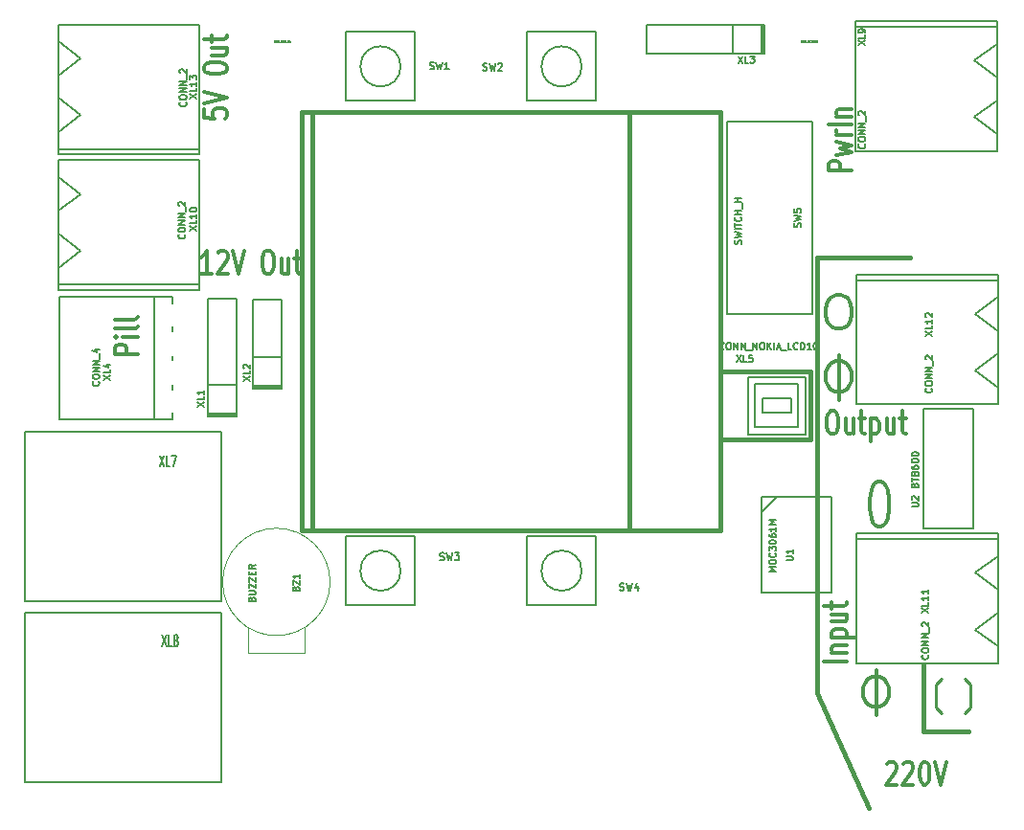
<source format=gto>
G04 (created by PCBNEW (2013-07-07 BZR 4022)-stable) date 26/11/2014 23:59:09*
%MOIN*%
G04 Gerber Fmt 3.4, Leading zero omitted, Abs format*
%FSLAX34Y34*%
G01*
G70*
G90*
G04 APERTURE LIST*
%ADD10C,0.00590551*%
%ADD11C,0.012*%
%ADD12C,0.015*%
%ADD13C,0.0059*%
%ADD14C,0.01*%
%ADD15C,0.00787402*%
%ADD16C,0.0025*%
%ADD17C,0.005*%
%ADD18C,0.0001*%
%ADD19C,0.00625*%
%ADD20C,0.0063*%
G04 APERTURE END LIST*
G54D10*
G54D11*
X90638Y-28197D02*
X89838Y-28197D01*
X89838Y-27968D01*
X89876Y-27911D01*
X89914Y-27883D01*
X89991Y-27854D01*
X90105Y-27854D01*
X90181Y-27883D01*
X90219Y-27911D01*
X90257Y-27968D01*
X90257Y-28197D01*
X90105Y-27654D02*
X90638Y-27540D01*
X90257Y-27425D01*
X90638Y-27311D01*
X90105Y-27197D01*
X90638Y-26968D02*
X90105Y-26968D01*
X90257Y-26968D02*
X90181Y-26940D01*
X90143Y-26911D01*
X90105Y-26854D01*
X90105Y-26797D01*
X90638Y-26597D02*
X89838Y-26597D01*
X90105Y-26311D02*
X90638Y-26311D01*
X90181Y-26311D02*
X90143Y-26283D01*
X90105Y-26225D01*
X90105Y-26140D01*
X90143Y-26083D01*
X90219Y-26054D01*
X90638Y-26054D01*
X68367Y-31780D02*
X68024Y-31780D01*
X68195Y-31780D02*
X68195Y-30980D01*
X68138Y-31094D01*
X68081Y-31170D01*
X68024Y-31209D01*
X68595Y-31056D02*
X68624Y-31018D01*
X68681Y-30980D01*
X68824Y-30980D01*
X68881Y-31018D01*
X68910Y-31056D01*
X68938Y-31132D01*
X68938Y-31209D01*
X68910Y-31323D01*
X68567Y-31780D01*
X68938Y-31780D01*
X69110Y-30980D02*
X69310Y-31780D01*
X69510Y-30980D01*
X70281Y-30980D02*
X70395Y-30980D01*
X70452Y-31018D01*
X70510Y-31094D01*
X70538Y-31247D01*
X70538Y-31513D01*
X70510Y-31666D01*
X70452Y-31742D01*
X70395Y-31780D01*
X70281Y-31780D01*
X70224Y-31742D01*
X70167Y-31666D01*
X70138Y-31513D01*
X70138Y-31247D01*
X70167Y-31094D01*
X70224Y-31018D01*
X70281Y-30980D01*
X71052Y-31247D02*
X71052Y-31780D01*
X70795Y-31247D02*
X70795Y-31666D01*
X70824Y-31742D01*
X70881Y-31780D01*
X70967Y-31780D01*
X71024Y-31742D01*
X71052Y-31704D01*
X71252Y-31247D02*
X71481Y-31247D01*
X71338Y-30980D02*
X71338Y-31666D01*
X71367Y-31742D01*
X71424Y-31780D01*
X71481Y-31780D01*
X68106Y-26060D02*
X68106Y-26346D01*
X68487Y-26374D01*
X68449Y-26346D01*
X68411Y-26289D01*
X68411Y-26146D01*
X68449Y-26089D01*
X68487Y-26060D01*
X68563Y-26032D01*
X68754Y-26032D01*
X68830Y-26060D01*
X68868Y-26089D01*
X68906Y-26146D01*
X68906Y-26289D01*
X68868Y-26346D01*
X68830Y-26374D01*
X68106Y-25860D02*
X68906Y-25660D01*
X68106Y-25460D01*
X68106Y-24689D02*
X68106Y-24574D01*
X68144Y-24517D01*
X68220Y-24460D01*
X68373Y-24432D01*
X68639Y-24432D01*
X68792Y-24460D01*
X68868Y-24517D01*
X68906Y-24574D01*
X68906Y-24689D01*
X68868Y-24746D01*
X68792Y-24803D01*
X68639Y-24832D01*
X68373Y-24832D01*
X68220Y-24803D01*
X68144Y-24746D01*
X68106Y-24689D01*
X68373Y-23917D02*
X68906Y-23917D01*
X68373Y-24174D02*
X68792Y-24174D01*
X68868Y-24146D01*
X68906Y-24089D01*
X68906Y-24003D01*
X68868Y-23946D01*
X68830Y-23917D01*
X68373Y-23717D02*
X68373Y-23489D01*
X68106Y-23632D02*
X68792Y-23632D01*
X68868Y-23603D01*
X68906Y-23546D01*
X68906Y-23489D01*
G54D12*
X93149Y-47716D02*
X94724Y-47716D01*
X93149Y-45393D02*
X93149Y-47716D01*
G54D11*
X89927Y-36571D02*
X90041Y-36571D01*
X90098Y-36609D01*
X90156Y-36685D01*
X90184Y-36837D01*
X90184Y-37104D01*
X90156Y-37256D01*
X90098Y-37332D01*
X90041Y-37371D01*
X89927Y-37371D01*
X89870Y-37332D01*
X89813Y-37256D01*
X89784Y-37104D01*
X89784Y-36837D01*
X89813Y-36685D01*
X89870Y-36609D01*
X89927Y-36571D01*
X90698Y-36837D02*
X90698Y-37371D01*
X90441Y-36837D02*
X90441Y-37256D01*
X90470Y-37332D01*
X90527Y-37371D01*
X90613Y-37371D01*
X90670Y-37332D01*
X90698Y-37294D01*
X90898Y-36837D02*
X91127Y-36837D01*
X90984Y-36571D02*
X90984Y-37256D01*
X91013Y-37332D01*
X91070Y-37371D01*
X91127Y-37371D01*
X91327Y-36837D02*
X91327Y-37637D01*
X91327Y-36875D02*
X91384Y-36837D01*
X91498Y-36837D01*
X91556Y-36875D01*
X91584Y-36913D01*
X91613Y-36990D01*
X91613Y-37218D01*
X91584Y-37294D01*
X91556Y-37332D01*
X91498Y-37371D01*
X91384Y-37371D01*
X91327Y-37332D01*
X92127Y-36837D02*
X92127Y-37371D01*
X91870Y-36837D02*
X91870Y-37256D01*
X91898Y-37332D01*
X91956Y-37371D01*
X92041Y-37371D01*
X92098Y-37332D01*
X92127Y-37294D01*
X92327Y-36837D02*
X92556Y-36837D01*
X92413Y-36571D02*
X92413Y-37256D01*
X92441Y-37332D01*
X92498Y-37371D01*
X92556Y-37371D01*
X90481Y-45277D02*
X89681Y-45277D01*
X89947Y-44991D02*
X90481Y-44991D01*
X90024Y-44991D02*
X89986Y-44962D01*
X89947Y-44905D01*
X89947Y-44819D01*
X89986Y-44762D01*
X90062Y-44734D01*
X90481Y-44734D01*
X89947Y-44448D02*
X90747Y-44448D01*
X89986Y-44448D02*
X89947Y-44391D01*
X89947Y-44277D01*
X89986Y-44219D01*
X90024Y-44191D01*
X90100Y-44162D01*
X90328Y-44162D01*
X90405Y-44191D01*
X90443Y-44219D01*
X90481Y-44277D01*
X90481Y-44391D01*
X90443Y-44448D01*
X89947Y-43648D02*
X90481Y-43648D01*
X89947Y-43905D02*
X90367Y-43905D01*
X90443Y-43877D01*
X90481Y-43819D01*
X90481Y-43734D01*
X90443Y-43677D01*
X90405Y-43648D01*
X89947Y-43448D02*
X89947Y-43219D01*
X89681Y-43362D02*
X90367Y-43362D01*
X90443Y-43334D01*
X90481Y-43277D01*
X90481Y-43219D01*
X91496Y-47172D02*
X91496Y-45598D01*
X91383Y-45823D02*
X91608Y-45823D01*
X91777Y-45898D01*
X91889Y-46047D01*
X91946Y-46197D01*
X91946Y-46497D01*
X91889Y-46647D01*
X91777Y-46797D01*
X91608Y-46872D01*
X91383Y-46872D01*
X91214Y-46797D01*
X91102Y-46647D01*
X91046Y-46497D01*
X91046Y-46197D01*
X91102Y-46047D01*
X91214Y-45898D01*
X91383Y-45823D01*
X91557Y-39023D02*
X91670Y-39023D01*
X91782Y-39098D01*
X91839Y-39173D01*
X91895Y-39323D01*
X91951Y-39623D01*
X91951Y-39998D01*
X91895Y-40298D01*
X91839Y-40448D01*
X91782Y-40523D01*
X91670Y-40598D01*
X91557Y-40598D01*
X91445Y-40523D01*
X91389Y-40448D01*
X91332Y-40298D01*
X91276Y-39998D01*
X91276Y-39623D01*
X91332Y-39323D01*
X91389Y-39173D01*
X91445Y-39098D01*
X91557Y-39023D01*
X90196Y-36188D02*
X90196Y-34613D01*
X90084Y-34838D02*
X90309Y-34838D01*
X90478Y-34913D01*
X90590Y-35063D01*
X90646Y-35213D01*
X90646Y-35513D01*
X90590Y-35663D01*
X90478Y-35813D01*
X90309Y-35888D01*
X90084Y-35888D01*
X89915Y-35813D01*
X89803Y-35663D01*
X89746Y-35513D01*
X89746Y-35213D01*
X89803Y-35063D01*
X89915Y-34913D01*
X90084Y-34838D01*
X90121Y-32525D02*
X90271Y-32525D01*
X90421Y-32581D01*
X90496Y-32637D01*
X90571Y-32750D01*
X90646Y-32975D01*
X90646Y-33256D01*
X90571Y-33481D01*
X90496Y-33593D01*
X90421Y-33650D01*
X90271Y-33706D01*
X90121Y-33706D01*
X89971Y-33650D01*
X89896Y-33593D01*
X89821Y-33481D01*
X89746Y-33256D01*
X89746Y-32975D01*
X89821Y-32750D01*
X89896Y-32637D01*
X89971Y-32581D01*
X90121Y-32525D01*
X65796Y-34590D02*
X64996Y-34590D01*
X64996Y-34362D01*
X65034Y-34304D01*
X65072Y-34276D01*
X65148Y-34247D01*
X65262Y-34247D01*
X65339Y-34276D01*
X65377Y-34304D01*
X65415Y-34362D01*
X65415Y-34590D01*
X65796Y-33990D02*
X65262Y-33990D01*
X64996Y-33990D02*
X65034Y-34019D01*
X65072Y-33990D01*
X65034Y-33962D01*
X64996Y-33990D01*
X65072Y-33990D01*
X65796Y-33619D02*
X65758Y-33676D01*
X65681Y-33704D01*
X64996Y-33704D01*
X65796Y-33304D02*
X65758Y-33362D01*
X65681Y-33390D01*
X64996Y-33390D01*
X91874Y-48851D02*
X91902Y-48813D01*
X91959Y-48775D01*
X92102Y-48775D01*
X92159Y-48813D01*
X92188Y-48851D01*
X92216Y-48928D01*
X92216Y-49004D01*
X92188Y-49118D01*
X91845Y-49575D01*
X92216Y-49575D01*
X92445Y-48851D02*
X92474Y-48813D01*
X92531Y-48775D01*
X92674Y-48775D01*
X92731Y-48813D01*
X92759Y-48851D01*
X92788Y-48928D01*
X92788Y-49004D01*
X92759Y-49118D01*
X92416Y-49575D01*
X92788Y-49575D01*
X93159Y-48775D02*
X93216Y-48775D01*
X93274Y-48813D01*
X93302Y-48851D01*
X93331Y-48928D01*
X93359Y-49080D01*
X93359Y-49271D01*
X93331Y-49423D01*
X93302Y-49499D01*
X93274Y-49537D01*
X93216Y-49575D01*
X93159Y-49575D01*
X93102Y-49537D01*
X93074Y-49499D01*
X93045Y-49423D01*
X93016Y-49271D01*
X93016Y-49080D01*
X93045Y-48928D01*
X93074Y-48851D01*
X93102Y-48813D01*
X93159Y-48775D01*
X93531Y-48775D02*
X93731Y-49575D01*
X93931Y-48775D01*
G54D12*
X89448Y-46377D02*
X91259Y-50393D01*
X89448Y-31220D02*
X89448Y-46377D01*
X92677Y-31220D02*
X89448Y-31220D01*
G54D13*
X94881Y-40669D02*
X93149Y-40669D01*
X93149Y-40669D02*
X93149Y-36495D01*
X93149Y-36495D02*
X94881Y-36495D01*
X94881Y-36495D02*
X94881Y-40669D01*
G54D10*
X89271Y-26496D02*
X89271Y-33188D01*
X89271Y-33188D02*
X86318Y-33188D01*
X86318Y-33188D02*
X86318Y-26496D01*
X86318Y-26496D02*
X89271Y-26496D01*
G54D13*
X68700Y-46535D02*
X68700Y-43582D01*
X68700Y-43582D02*
X61889Y-43582D01*
X61889Y-43582D02*
X61889Y-49488D01*
X61889Y-49488D02*
X68700Y-49488D01*
X68700Y-49488D02*
X68700Y-46535D01*
X68700Y-40236D02*
X68700Y-37283D01*
X68700Y-37283D02*
X61889Y-37283D01*
X61889Y-37283D02*
X61889Y-43189D01*
X61889Y-43189D02*
X68700Y-43189D01*
X68700Y-43189D02*
X68700Y-40236D01*
G54D14*
X94764Y-46890D02*
X94764Y-46102D01*
X94764Y-46102D02*
X94567Y-45905D01*
X94567Y-47087D02*
X94764Y-46890D01*
X93779Y-45905D02*
X93582Y-46102D01*
X93582Y-46102D02*
X93582Y-46890D01*
X93582Y-46890D02*
X93779Y-47087D01*
G54D13*
X88031Y-39566D02*
X87520Y-40078D01*
X89960Y-42874D02*
X87520Y-42874D01*
X87520Y-42874D02*
X87520Y-39566D01*
X87520Y-39566D02*
X89960Y-39566D01*
X89960Y-39566D02*
X89960Y-42874D01*
G54D15*
X69240Y-36645D02*
X69240Y-36745D01*
X69240Y-36745D02*
X68240Y-36745D01*
X68240Y-36745D02*
X68240Y-36645D01*
X68240Y-36645D02*
X68240Y-36695D01*
X68240Y-36695D02*
X69240Y-36695D01*
X68240Y-35645D02*
X69240Y-35645D01*
X68240Y-36645D02*
X68240Y-32645D01*
X68240Y-32645D02*
X69240Y-32645D01*
X69240Y-32645D02*
X69240Y-36645D01*
X69240Y-36645D02*
X68240Y-36645D01*
X87511Y-23122D02*
X87611Y-23122D01*
X87611Y-23122D02*
X87611Y-24122D01*
X87611Y-24122D02*
X87511Y-24122D01*
X87511Y-24122D02*
X87561Y-24122D01*
X87561Y-24122D02*
X87561Y-23122D01*
X86511Y-24122D02*
X86511Y-23122D01*
X87511Y-24122D02*
X83511Y-24122D01*
X83511Y-24122D02*
X83511Y-23122D01*
X83511Y-23122D02*
X87511Y-23122D01*
X87511Y-23122D02*
X87511Y-24122D01*
X70814Y-35723D02*
X70814Y-35673D01*
X69814Y-35673D02*
X69814Y-35773D01*
X69814Y-35773D02*
X70814Y-35773D01*
X70814Y-35773D02*
X70814Y-35723D01*
X70814Y-35723D02*
X69864Y-35723D01*
X70814Y-32673D02*
X70814Y-35673D01*
X69814Y-35673D02*
X69814Y-32673D01*
X69814Y-34673D02*
X70814Y-34673D01*
X69814Y-32673D02*
X70814Y-32673D01*
X70814Y-35673D02*
X69814Y-35673D01*
G54D12*
X82913Y-40708D02*
X82913Y-26141D01*
X71889Y-40708D02*
X71889Y-26141D01*
X71496Y-40708D02*
X86062Y-40708D01*
X71496Y-26141D02*
X71496Y-40708D01*
X86062Y-26141D02*
X71496Y-26141D01*
X88464Y-35196D02*
X86062Y-35196D01*
X86062Y-35196D02*
X86062Y-26141D01*
X86062Y-37559D02*
X86062Y-35196D01*
X86062Y-37559D02*
X86062Y-40708D01*
X89212Y-37559D02*
X86062Y-37559D01*
X89212Y-35196D02*
X89212Y-37559D01*
X88464Y-35196D02*
X89212Y-35196D01*
G54D13*
X87531Y-36627D02*
X87531Y-36127D01*
X87531Y-36127D02*
X88531Y-36127D01*
X88531Y-36127D02*
X88531Y-36627D01*
X88531Y-36627D02*
X87531Y-36627D01*
X88781Y-37127D02*
X87281Y-37127D01*
X87281Y-37127D02*
X87281Y-35627D01*
X87281Y-35627D02*
X88781Y-35627D01*
X88781Y-35627D02*
X88781Y-37127D01*
X88031Y-37377D02*
X87031Y-37377D01*
X87031Y-37377D02*
X87031Y-35377D01*
X87031Y-35377D02*
X89031Y-35377D01*
X89031Y-35377D02*
X89031Y-37377D01*
X89031Y-37377D02*
X88031Y-37377D01*
G54D16*
X70629Y-44980D02*
X71613Y-44980D01*
X71613Y-44980D02*
X71613Y-44113D01*
X70629Y-44980D02*
X69645Y-44980D01*
X69645Y-44980D02*
X69645Y-44094D01*
X72499Y-42519D02*
G75*
G03X72499Y-42519I-1870J0D01*
G74*
G01*
G54D17*
X74951Y-42125D02*
G75*
G03X74951Y-42125I-700J0D01*
G74*
G01*
X75451Y-43325D02*
X75451Y-40925D01*
X75451Y-40925D02*
X73051Y-40925D01*
X73051Y-40925D02*
X73051Y-43325D01*
X73051Y-43325D02*
X75451Y-43325D01*
X81251Y-42125D02*
G75*
G03X81251Y-42125I-700J0D01*
G74*
G01*
X81751Y-43325D02*
X81751Y-40925D01*
X81751Y-40925D02*
X79351Y-40925D01*
X79351Y-40925D02*
X79351Y-43325D01*
X79351Y-43325D02*
X81751Y-43325D01*
X74951Y-24566D02*
G75*
G03X74951Y-24566I-700J0D01*
G74*
G01*
X73051Y-23366D02*
X73051Y-25766D01*
X73051Y-25766D02*
X75451Y-25766D01*
X75451Y-25766D02*
X75451Y-23366D01*
X75451Y-23366D02*
X73051Y-23366D01*
X81251Y-24566D02*
G75*
G03X81251Y-24566I-700J0D01*
G74*
G01*
X79351Y-23366D02*
X79351Y-25766D01*
X79351Y-25766D02*
X81751Y-25766D01*
X81751Y-25766D02*
X81751Y-23366D01*
X81751Y-23366D02*
X79351Y-23366D01*
G54D15*
X66377Y-32598D02*
X63070Y-32598D01*
X63070Y-32598D02*
X63070Y-36850D01*
X63070Y-36850D02*
X66377Y-36850D01*
X67007Y-35826D02*
X67007Y-35669D01*
X67007Y-34645D02*
X67007Y-34803D01*
X67007Y-33622D02*
X67007Y-33779D01*
X67007Y-32598D02*
X67007Y-32834D01*
X67007Y-32598D02*
X66377Y-32598D01*
X66377Y-32598D02*
X66377Y-36850D01*
X66377Y-36850D02*
X67007Y-36850D01*
X67007Y-36850D02*
X67007Y-36614D01*
X95708Y-24960D02*
X94921Y-24370D01*
X94921Y-24370D02*
X95708Y-23779D01*
X95708Y-26929D02*
X94921Y-26338D01*
X94921Y-26338D02*
X95708Y-25748D01*
X90787Y-23188D02*
X95708Y-23188D01*
X90787Y-27519D02*
X95708Y-27519D01*
X95708Y-27519D02*
X95708Y-22992D01*
X95708Y-22992D02*
X90787Y-22992D01*
X90787Y-22992D02*
X90787Y-27519D01*
X63031Y-30393D02*
X63818Y-30984D01*
X63818Y-30984D02*
X63031Y-31574D01*
X63031Y-28425D02*
X63818Y-29015D01*
X63818Y-29015D02*
X63031Y-29606D01*
X67952Y-32165D02*
X63031Y-32165D01*
X67952Y-27834D02*
X63031Y-27834D01*
X63031Y-27834D02*
X63031Y-32362D01*
X63031Y-32362D02*
X67952Y-32362D01*
X67952Y-32362D02*
X67952Y-27834D01*
X95748Y-42795D02*
X94960Y-42204D01*
X94960Y-42204D02*
X95748Y-41614D01*
X95748Y-44763D02*
X94960Y-44173D01*
X94960Y-44173D02*
X95748Y-43582D01*
X90826Y-41023D02*
X95748Y-41023D01*
X90826Y-45354D02*
X95748Y-45354D01*
X95748Y-45354D02*
X95748Y-40826D01*
X95748Y-40826D02*
X90826Y-40826D01*
X90826Y-40826D02*
X90826Y-45354D01*
X95748Y-33779D02*
X94960Y-33188D01*
X94960Y-33188D02*
X95748Y-32598D01*
X95748Y-35748D02*
X94960Y-35157D01*
X94960Y-35157D02*
X95748Y-34566D01*
X90826Y-32007D02*
X95748Y-32007D01*
X90826Y-36338D02*
X95748Y-36338D01*
X95748Y-36338D02*
X95748Y-31811D01*
X95748Y-31811D02*
X90826Y-31811D01*
X90826Y-31811D02*
X90826Y-36338D01*
X63031Y-25669D02*
X63818Y-26259D01*
X63818Y-26259D02*
X63031Y-26850D01*
X63031Y-23700D02*
X63818Y-24291D01*
X63818Y-24291D02*
X63031Y-24881D01*
X67952Y-27440D02*
X63031Y-27440D01*
X67952Y-23110D02*
X63031Y-23110D01*
X63031Y-23110D02*
X63031Y-27637D01*
X63031Y-27637D02*
X67952Y-27637D01*
X67952Y-27637D02*
X67952Y-23110D01*
G54D13*
X92733Y-39904D02*
X92924Y-39904D01*
X92947Y-39892D01*
X92958Y-39881D01*
X92969Y-39859D01*
X92969Y-39814D01*
X92958Y-39791D01*
X92947Y-39780D01*
X92924Y-39769D01*
X92733Y-39769D01*
X92756Y-39668D02*
X92744Y-39656D01*
X92733Y-39634D01*
X92733Y-39578D01*
X92744Y-39555D01*
X92756Y-39544D01*
X92778Y-39533D01*
X92800Y-39533D01*
X92834Y-39544D01*
X92969Y-39679D01*
X92969Y-39533D01*
X92845Y-39149D02*
X92856Y-39116D01*
X92868Y-39104D01*
X92890Y-39093D01*
X92924Y-39093D01*
X92946Y-39104D01*
X92958Y-39116D01*
X92969Y-39138D01*
X92969Y-39228D01*
X92733Y-39228D01*
X92733Y-39149D01*
X92744Y-39127D01*
X92755Y-39116D01*
X92778Y-39104D01*
X92800Y-39104D01*
X92823Y-39116D01*
X92834Y-39127D01*
X92845Y-39149D01*
X92845Y-39228D01*
X92733Y-39026D02*
X92733Y-38891D01*
X92969Y-38958D02*
X92733Y-38958D01*
X92845Y-38734D02*
X92856Y-38700D01*
X92868Y-38689D01*
X92890Y-38677D01*
X92924Y-38677D01*
X92946Y-38689D01*
X92958Y-38700D01*
X92969Y-38722D01*
X92969Y-38812D01*
X92733Y-38812D01*
X92733Y-38734D01*
X92744Y-38711D01*
X92755Y-38700D01*
X92778Y-38689D01*
X92800Y-38689D01*
X92823Y-38700D01*
X92834Y-38711D01*
X92845Y-38734D01*
X92845Y-38812D01*
X92733Y-38475D02*
X92733Y-38520D01*
X92744Y-38543D01*
X92755Y-38554D01*
X92789Y-38576D01*
X92834Y-38587D01*
X92924Y-38587D01*
X92946Y-38576D01*
X92958Y-38565D01*
X92969Y-38543D01*
X92969Y-38498D01*
X92958Y-38475D01*
X92946Y-38464D01*
X92924Y-38453D01*
X92868Y-38453D01*
X92845Y-38464D01*
X92834Y-38475D01*
X92823Y-38498D01*
X92823Y-38543D01*
X92834Y-38565D01*
X92845Y-38576D01*
X92868Y-38587D01*
X92733Y-38307D02*
X92733Y-38284D01*
X92744Y-38262D01*
X92755Y-38250D01*
X92778Y-38239D01*
X92823Y-38228D01*
X92879Y-38228D01*
X92924Y-38239D01*
X92946Y-38250D01*
X92958Y-38262D01*
X92969Y-38284D01*
X92969Y-38307D01*
X92958Y-38329D01*
X92946Y-38340D01*
X92924Y-38351D01*
X92879Y-38363D01*
X92823Y-38363D01*
X92778Y-38351D01*
X92755Y-38340D01*
X92744Y-38329D01*
X92733Y-38307D01*
X92733Y-38082D02*
X92733Y-38059D01*
X92744Y-38037D01*
X92755Y-38026D01*
X92778Y-38014D01*
X92823Y-38003D01*
X92879Y-38003D01*
X92924Y-38014D01*
X92946Y-38026D01*
X92958Y-38037D01*
X92969Y-38059D01*
X92969Y-38082D01*
X92958Y-38104D01*
X92946Y-38115D01*
X92924Y-38127D01*
X92879Y-38138D01*
X92823Y-38138D01*
X92778Y-38127D01*
X92755Y-38115D01*
X92744Y-38104D01*
X92733Y-38082D01*
G54D10*
X88863Y-30157D02*
X88875Y-30123D01*
X88875Y-30067D01*
X88863Y-30044D01*
X88852Y-30033D01*
X88830Y-30022D01*
X88807Y-30022D01*
X88785Y-30033D01*
X88773Y-30044D01*
X88762Y-30067D01*
X88751Y-30112D01*
X88740Y-30134D01*
X88728Y-30146D01*
X88706Y-30157D01*
X88683Y-30157D01*
X88661Y-30146D01*
X88650Y-30134D01*
X88638Y-30112D01*
X88638Y-30056D01*
X88650Y-30022D01*
X88638Y-29943D02*
X88875Y-29887D01*
X88706Y-29842D01*
X88875Y-29797D01*
X88638Y-29741D01*
X88638Y-29538D02*
X88638Y-29651D01*
X88751Y-29662D01*
X88740Y-29651D01*
X88728Y-29628D01*
X88728Y-29572D01*
X88740Y-29550D01*
X88751Y-29538D01*
X88773Y-29527D01*
X88830Y-29527D01*
X88852Y-29538D01*
X88863Y-29550D01*
X88875Y-29572D01*
X88875Y-29628D01*
X88863Y-29651D01*
X88852Y-29662D01*
X86796Y-30745D02*
X86808Y-30711D01*
X86808Y-30655D01*
X86796Y-30632D01*
X86785Y-30621D01*
X86763Y-30610D01*
X86740Y-30610D01*
X86718Y-30621D01*
X86706Y-30632D01*
X86695Y-30655D01*
X86684Y-30700D01*
X86673Y-30722D01*
X86661Y-30733D01*
X86639Y-30745D01*
X86616Y-30745D01*
X86594Y-30733D01*
X86583Y-30722D01*
X86571Y-30700D01*
X86571Y-30643D01*
X86583Y-30610D01*
X86571Y-30531D02*
X86808Y-30475D01*
X86639Y-30430D01*
X86808Y-30385D01*
X86571Y-30329D01*
X86808Y-30239D02*
X86571Y-30239D01*
X86571Y-30160D02*
X86571Y-30025D01*
X86808Y-30092D02*
X86571Y-30092D01*
X86785Y-29811D02*
X86796Y-29822D01*
X86808Y-29856D01*
X86808Y-29879D01*
X86796Y-29912D01*
X86774Y-29935D01*
X86751Y-29946D01*
X86706Y-29957D01*
X86673Y-29957D01*
X86628Y-29946D01*
X86605Y-29935D01*
X86583Y-29912D01*
X86571Y-29879D01*
X86571Y-29856D01*
X86583Y-29822D01*
X86594Y-29811D01*
X86808Y-29710D02*
X86571Y-29710D01*
X86684Y-29710D02*
X86684Y-29575D01*
X86808Y-29575D02*
X86571Y-29575D01*
X86830Y-29519D02*
X86830Y-29339D01*
X86808Y-29282D02*
X86571Y-29282D01*
X86684Y-29282D02*
X86684Y-29147D01*
X86808Y-29147D02*
X86571Y-29147D01*
G54D13*
X66642Y-44371D02*
X66799Y-44765D01*
X66799Y-44371D02*
X66642Y-44765D01*
X67002Y-44765D02*
X66889Y-44765D01*
X66889Y-44371D01*
X67114Y-44540D02*
X67092Y-44521D01*
X67080Y-44503D01*
X67069Y-44465D01*
X67069Y-44446D01*
X67080Y-44409D01*
X67092Y-44390D01*
X67114Y-44371D01*
X67159Y-44371D01*
X67181Y-44390D01*
X67193Y-44409D01*
X67204Y-44446D01*
X67204Y-44465D01*
X67193Y-44503D01*
X67181Y-44521D01*
X67159Y-44540D01*
X67114Y-44540D01*
X67092Y-44559D01*
X67080Y-44578D01*
X67069Y-44615D01*
X67069Y-44690D01*
X67080Y-44728D01*
X67092Y-44747D01*
X67114Y-44765D01*
X67159Y-44765D01*
X67181Y-44747D01*
X67193Y-44728D01*
X67204Y-44690D01*
X67204Y-44615D01*
X67193Y-44578D01*
X67181Y-44559D01*
X67159Y-44540D01*
X66563Y-38111D02*
X66721Y-38505D01*
X66721Y-38111D02*
X66563Y-38505D01*
X66923Y-38505D02*
X66811Y-38505D01*
X66811Y-38111D01*
X66979Y-38111D02*
X67136Y-38111D01*
X67035Y-38505D01*
G54D18*
X88891Y-23720D02*
X88891Y-23670D01*
X88891Y-23694D02*
X88920Y-23694D01*
X88920Y-23720D02*
X88920Y-23670D01*
X88953Y-23670D02*
X88962Y-23670D01*
X88967Y-23673D01*
X88972Y-23678D01*
X88974Y-23687D01*
X88974Y-23704D01*
X88972Y-23713D01*
X88967Y-23718D01*
X88962Y-23720D01*
X88953Y-23720D01*
X88948Y-23718D01*
X88943Y-23713D01*
X88941Y-23704D01*
X88941Y-23687D01*
X88943Y-23678D01*
X88948Y-23673D01*
X88953Y-23670D01*
X89020Y-23720D02*
X88996Y-23720D01*
X88996Y-23670D01*
X89036Y-23694D02*
X89053Y-23694D01*
X89060Y-23720D02*
X89036Y-23720D01*
X89036Y-23670D01*
X89060Y-23670D01*
X89070Y-23725D02*
X89108Y-23725D01*
X89120Y-23720D02*
X89120Y-23670D01*
X89136Y-23706D01*
X89153Y-23670D01*
X89153Y-23720D01*
X89177Y-23694D02*
X89193Y-23694D01*
X89200Y-23720D02*
X89177Y-23720D01*
X89177Y-23670D01*
X89200Y-23670D01*
X89215Y-23670D02*
X89243Y-23670D01*
X89229Y-23720D02*
X89229Y-23670D01*
X89258Y-23706D02*
X89281Y-23706D01*
X89253Y-23720D02*
X89270Y-23670D01*
X89286Y-23720D01*
X89327Y-23720D02*
X89303Y-23720D01*
X89303Y-23670D01*
X89367Y-23720D02*
X89343Y-23720D01*
X89343Y-23670D01*
X89384Y-23694D02*
X89400Y-23694D01*
X89408Y-23720D02*
X89384Y-23720D01*
X89384Y-23670D01*
X89408Y-23670D01*
X89429Y-23720D02*
X89429Y-23670D01*
X89441Y-23670D01*
X89448Y-23673D01*
X89453Y-23678D01*
X89455Y-23682D01*
X89458Y-23692D01*
X89458Y-23699D01*
X89455Y-23708D01*
X89453Y-23713D01*
X89448Y-23718D01*
X89441Y-23720D01*
X89429Y-23720D01*
X70544Y-23720D02*
X70544Y-23670D01*
X70544Y-23694D02*
X70573Y-23694D01*
X70573Y-23720D02*
X70573Y-23670D01*
X70606Y-23670D02*
X70616Y-23670D01*
X70621Y-23673D01*
X70625Y-23678D01*
X70628Y-23687D01*
X70628Y-23704D01*
X70625Y-23713D01*
X70621Y-23718D01*
X70616Y-23720D01*
X70606Y-23720D01*
X70602Y-23718D01*
X70597Y-23713D01*
X70594Y-23704D01*
X70594Y-23687D01*
X70597Y-23678D01*
X70602Y-23673D01*
X70606Y-23670D01*
X70673Y-23720D02*
X70649Y-23720D01*
X70649Y-23670D01*
X70690Y-23694D02*
X70706Y-23694D01*
X70714Y-23720D02*
X70690Y-23720D01*
X70690Y-23670D01*
X70714Y-23670D01*
X70723Y-23725D02*
X70761Y-23725D01*
X70773Y-23720D02*
X70773Y-23670D01*
X70790Y-23706D01*
X70806Y-23670D01*
X70806Y-23720D01*
X70830Y-23694D02*
X70847Y-23694D01*
X70854Y-23720D02*
X70830Y-23720D01*
X70830Y-23670D01*
X70854Y-23670D01*
X70868Y-23670D02*
X70897Y-23670D01*
X70883Y-23720D02*
X70883Y-23670D01*
X70911Y-23706D02*
X70935Y-23706D01*
X70906Y-23720D02*
X70923Y-23670D01*
X70940Y-23720D01*
X70980Y-23720D02*
X70956Y-23720D01*
X70956Y-23670D01*
X71021Y-23720D02*
X70997Y-23720D01*
X70997Y-23670D01*
X71037Y-23694D02*
X71054Y-23694D01*
X71061Y-23720D02*
X71037Y-23720D01*
X71037Y-23670D01*
X71061Y-23670D01*
X71083Y-23720D02*
X71083Y-23670D01*
X71094Y-23670D01*
X71102Y-23673D01*
X71106Y-23678D01*
X71109Y-23682D01*
X71111Y-23692D01*
X71111Y-23699D01*
X71109Y-23708D01*
X71106Y-23713D01*
X71102Y-23718D01*
X71094Y-23720D01*
X71083Y-23720D01*
G54D13*
X88363Y-41754D02*
X88554Y-41754D01*
X88576Y-41743D01*
X88588Y-41732D01*
X88599Y-41709D01*
X88599Y-41664D01*
X88588Y-41642D01*
X88576Y-41630D01*
X88554Y-41619D01*
X88363Y-41619D01*
X88599Y-41383D02*
X88599Y-41518D01*
X88599Y-41451D02*
X88363Y-41451D01*
X88397Y-41473D01*
X88419Y-41496D01*
X88430Y-41518D01*
X88008Y-42164D02*
X87772Y-42164D01*
X87941Y-42085D01*
X87772Y-42006D01*
X88008Y-42006D01*
X87772Y-41849D02*
X87772Y-41804D01*
X87783Y-41782D01*
X87806Y-41759D01*
X87851Y-41748D01*
X87930Y-41748D01*
X87974Y-41759D01*
X87997Y-41782D01*
X88008Y-41804D01*
X88008Y-41849D01*
X87997Y-41871D01*
X87974Y-41894D01*
X87930Y-41905D01*
X87851Y-41905D01*
X87806Y-41894D01*
X87783Y-41871D01*
X87772Y-41849D01*
X87986Y-41512D02*
X87997Y-41523D01*
X88008Y-41557D01*
X88008Y-41579D01*
X87997Y-41613D01*
X87974Y-41635D01*
X87952Y-41647D01*
X87907Y-41658D01*
X87873Y-41658D01*
X87828Y-41647D01*
X87806Y-41635D01*
X87783Y-41613D01*
X87772Y-41579D01*
X87772Y-41557D01*
X87783Y-41523D01*
X87795Y-41512D01*
X87772Y-41433D02*
X87772Y-41287D01*
X87862Y-41366D01*
X87862Y-41332D01*
X87873Y-41310D01*
X87885Y-41298D01*
X87907Y-41287D01*
X87963Y-41287D01*
X87986Y-41298D01*
X87997Y-41310D01*
X88008Y-41332D01*
X88008Y-41399D01*
X87997Y-41422D01*
X87986Y-41433D01*
X87772Y-41141D02*
X87772Y-41118D01*
X87783Y-41096D01*
X87795Y-41085D01*
X87817Y-41074D01*
X87862Y-41062D01*
X87918Y-41062D01*
X87963Y-41074D01*
X87986Y-41085D01*
X87997Y-41096D01*
X88008Y-41118D01*
X88008Y-41141D01*
X87997Y-41163D01*
X87986Y-41175D01*
X87963Y-41186D01*
X87918Y-41197D01*
X87862Y-41197D01*
X87817Y-41186D01*
X87795Y-41175D01*
X87783Y-41163D01*
X87772Y-41141D01*
X87772Y-40860D02*
X87772Y-40905D01*
X87783Y-40927D01*
X87795Y-40939D01*
X87828Y-40961D01*
X87873Y-40972D01*
X87963Y-40972D01*
X87986Y-40961D01*
X87997Y-40950D01*
X88008Y-40927D01*
X88008Y-40882D01*
X87997Y-40860D01*
X87986Y-40849D01*
X87963Y-40838D01*
X87907Y-40838D01*
X87885Y-40849D01*
X87873Y-40860D01*
X87862Y-40882D01*
X87862Y-40927D01*
X87873Y-40950D01*
X87885Y-40961D01*
X87907Y-40972D01*
X88008Y-40613D02*
X88008Y-40748D01*
X88008Y-40680D02*
X87772Y-40680D01*
X87806Y-40703D01*
X87828Y-40725D01*
X87840Y-40748D01*
X88008Y-40512D02*
X87772Y-40512D01*
X87941Y-40433D01*
X87772Y-40354D01*
X88008Y-40354D01*
G54D10*
X67871Y-36408D02*
X68107Y-36251D01*
X67871Y-36251D02*
X68107Y-36408D01*
X68107Y-36048D02*
X68107Y-36161D01*
X67871Y-36161D01*
X68107Y-35846D02*
X68107Y-35981D01*
X68107Y-35913D02*
X67871Y-35913D01*
X67905Y-35936D01*
X67927Y-35958D01*
X67939Y-35981D01*
X86700Y-24209D02*
X86858Y-24445D01*
X86858Y-24209D02*
X86700Y-24445D01*
X87060Y-24445D02*
X86948Y-24445D01*
X86948Y-24209D01*
X87117Y-24209D02*
X87263Y-24209D01*
X87184Y-24299D01*
X87218Y-24299D01*
X87240Y-24310D01*
X87252Y-24321D01*
X87263Y-24344D01*
X87263Y-24400D01*
X87252Y-24423D01*
X87240Y-24434D01*
X87218Y-24445D01*
X87150Y-24445D01*
X87128Y-24434D01*
X87117Y-24423D01*
X69474Y-35510D02*
X69710Y-35352D01*
X69474Y-35352D02*
X69710Y-35510D01*
X69710Y-35150D02*
X69710Y-35262D01*
X69474Y-35262D01*
X69496Y-35082D02*
X69485Y-35071D01*
X69474Y-35048D01*
X69474Y-34992D01*
X69485Y-34970D01*
X69496Y-34958D01*
X69519Y-34947D01*
X69541Y-34947D01*
X69575Y-34958D01*
X69710Y-35093D01*
X69710Y-34947D01*
G54D13*
X86642Y-34623D02*
X86799Y-34859D01*
X86799Y-34623D02*
X86642Y-34859D01*
X87002Y-34859D02*
X86889Y-34859D01*
X86889Y-34623D01*
X87193Y-34623D02*
X87080Y-34623D01*
X87069Y-34735D01*
X87080Y-34724D01*
X87103Y-34713D01*
X87159Y-34713D01*
X87181Y-34724D01*
X87193Y-34735D01*
X87204Y-34758D01*
X87204Y-34814D01*
X87193Y-34836D01*
X87181Y-34848D01*
X87159Y-34859D01*
X87103Y-34859D01*
X87080Y-34848D01*
X87069Y-34836D01*
X86199Y-34403D02*
X86188Y-34414D01*
X86154Y-34426D01*
X86132Y-34426D01*
X86098Y-34414D01*
X86075Y-34392D01*
X86064Y-34370D01*
X86053Y-34325D01*
X86053Y-34291D01*
X86064Y-34246D01*
X86075Y-34223D01*
X86098Y-34201D01*
X86132Y-34190D01*
X86154Y-34190D01*
X86188Y-34201D01*
X86199Y-34212D01*
X86345Y-34190D02*
X86390Y-34190D01*
X86412Y-34201D01*
X86435Y-34223D01*
X86446Y-34268D01*
X86446Y-34347D01*
X86435Y-34392D01*
X86412Y-34414D01*
X86390Y-34426D01*
X86345Y-34426D01*
X86323Y-34414D01*
X86300Y-34392D01*
X86289Y-34347D01*
X86289Y-34268D01*
X86300Y-34223D01*
X86323Y-34201D01*
X86345Y-34190D01*
X86547Y-34426D02*
X86547Y-34190D01*
X86682Y-34426D01*
X86682Y-34190D01*
X86795Y-34426D02*
X86795Y-34190D01*
X86929Y-34426D01*
X86929Y-34190D01*
X86986Y-34448D02*
X87165Y-34448D01*
X87222Y-34426D02*
X87222Y-34190D01*
X87356Y-34426D01*
X87356Y-34190D01*
X87514Y-34190D02*
X87559Y-34190D01*
X87581Y-34201D01*
X87604Y-34223D01*
X87615Y-34268D01*
X87615Y-34347D01*
X87604Y-34392D01*
X87581Y-34414D01*
X87559Y-34426D01*
X87514Y-34426D01*
X87491Y-34414D01*
X87469Y-34392D01*
X87458Y-34347D01*
X87458Y-34268D01*
X87469Y-34223D01*
X87491Y-34201D01*
X87514Y-34190D01*
X87716Y-34426D02*
X87716Y-34190D01*
X87851Y-34426D02*
X87750Y-34291D01*
X87851Y-34190D02*
X87716Y-34325D01*
X87952Y-34426D02*
X87952Y-34190D01*
X88053Y-34358D02*
X88166Y-34358D01*
X88031Y-34426D02*
X88109Y-34190D01*
X88188Y-34426D01*
X88211Y-34448D02*
X88390Y-34448D01*
X88559Y-34426D02*
X88447Y-34426D01*
X88447Y-34190D01*
X88772Y-34403D02*
X88761Y-34414D01*
X88728Y-34426D01*
X88705Y-34426D01*
X88671Y-34414D01*
X88649Y-34392D01*
X88638Y-34370D01*
X88626Y-34325D01*
X88626Y-34291D01*
X88638Y-34246D01*
X88649Y-34223D01*
X88671Y-34201D01*
X88705Y-34190D01*
X88728Y-34190D01*
X88761Y-34201D01*
X88772Y-34212D01*
X88874Y-34426D02*
X88874Y-34190D01*
X88930Y-34190D01*
X88964Y-34201D01*
X88986Y-34223D01*
X88997Y-34246D01*
X89008Y-34291D01*
X89008Y-34325D01*
X88997Y-34370D01*
X88986Y-34392D01*
X88964Y-34414D01*
X88930Y-34426D01*
X88874Y-34426D01*
X89233Y-34426D02*
X89098Y-34426D01*
X89166Y-34426D02*
X89166Y-34190D01*
X89143Y-34223D01*
X89121Y-34246D01*
X89098Y-34257D01*
X89379Y-34190D02*
X89402Y-34190D01*
X89424Y-34201D01*
X89436Y-34212D01*
X89447Y-34235D01*
X89458Y-34280D01*
X89458Y-34336D01*
X89447Y-34381D01*
X89436Y-34403D01*
X89424Y-34414D01*
X89402Y-34426D01*
X89379Y-34426D01*
X89357Y-34414D01*
X89346Y-34403D01*
X89334Y-34381D01*
X89323Y-34336D01*
X89323Y-34280D01*
X89334Y-34235D01*
X89346Y-34212D01*
X89357Y-34201D01*
X89379Y-34190D01*
X71310Y-42747D02*
X71322Y-42713D01*
X71333Y-42702D01*
X71355Y-42691D01*
X71389Y-42691D01*
X71411Y-42702D01*
X71423Y-42713D01*
X71434Y-42736D01*
X71434Y-42826D01*
X71198Y-42826D01*
X71198Y-42747D01*
X71209Y-42725D01*
X71220Y-42713D01*
X71243Y-42702D01*
X71265Y-42702D01*
X71288Y-42713D01*
X71299Y-42725D01*
X71310Y-42747D01*
X71310Y-42826D01*
X71198Y-42612D02*
X71198Y-42455D01*
X71434Y-42612D01*
X71434Y-42455D01*
X71434Y-42241D02*
X71434Y-42376D01*
X71434Y-42309D02*
X71198Y-42309D01*
X71232Y-42331D01*
X71254Y-42354D01*
X71265Y-42376D01*
X69774Y-43114D02*
X69786Y-43081D01*
X69797Y-43070D01*
X69819Y-43058D01*
X69853Y-43058D01*
X69875Y-43070D01*
X69887Y-43081D01*
X69898Y-43103D01*
X69898Y-43193D01*
X69662Y-43193D01*
X69662Y-43114D01*
X69673Y-43092D01*
X69684Y-43081D01*
X69707Y-43070D01*
X69729Y-43070D01*
X69752Y-43081D01*
X69763Y-43092D01*
X69774Y-43114D01*
X69774Y-43193D01*
X69662Y-42957D02*
X69853Y-42957D01*
X69875Y-42946D01*
X69887Y-42935D01*
X69898Y-42912D01*
X69898Y-42867D01*
X69887Y-42845D01*
X69875Y-42834D01*
X69853Y-42822D01*
X69662Y-42822D01*
X69662Y-42732D02*
X69662Y-42575D01*
X69898Y-42732D01*
X69898Y-42575D01*
X69662Y-42508D02*
X69662Y-42350D01*
X69898Y-42508D01*
X69898Y-42350D01*
X69774Y-42260D02*
X69774Y-42182D01*
X69898Y-42148D02*
X69898Y-42260D01*
X69662Y-42260D01*
X69662Y-42148D01*
X69898Y-41912D02*
X69786Y-41991D01*
X69898Y-42047D02*
X69662Y-42047D01*
X69662Y-41957D01*
X69673Y-41934D01*
X69684Y-41923D01*
X69707Y-41912D01*
X69741Y-41912D01*
X69763Y-41923D01*
X69774Y-41934D01*
X69786Y-41957D01*
X69786Y-42047D01*
G54D19*
X76320Y-41742D02*
X76355Y-41754D01*
X76415Y-41754D01*
X76439Y-41742D01*
X76451Y-41730D01*
X76463Y-41707D01*
X76463Y-41683D01*
X76451Y-41659D01*
X76439Y-41647D01*
X76415Y-41635D01*
X76367Y-41623D01*
X76344Y-41611D01*
X76332Y-41599D01*
X76320Y-41576D01*
X76320Y-41552D01*
X76332Y-41528D01*
X76344Y-41516D01*
X76367Y-41504D01*
X76427Y-41504D01*
X76463Y-41516D01*
X76546Y-41504D02*
X76605Y-41754D01*
X76653Y-41576D01*
X76701Y-41754D01*
X76760Y-41504D01*
X76832Y-41504D02*
X76986Y-41504D01*
X76903Y-41599D01*
X76939Y-41599D01*
X76963Y-41611D01*
X76974Y-41623D01*
X76986Y-41647D01*
X76986Y-41707D01*
X76974Y-41730D01*
X76963Y-41742D01*
X76939Y-41754D01*
X76867Y-41754D01*
X76844Y-41742D01*
X76832Y-41730D01*
G54D20*
G54D19*
X82580Y-42805D02*
X82615Y-42817D01*
X82675Y-42817D01*
X82699Y-42805D01*
X82711Y-42793D01*
X82722Y-42770D01*
X82722Y-42746D01*
X82711Y-42722D01*
X82699Y-42710D01*
X82675Y-42698D01*
X82627Y-42686D01*
X82603Y-42674D01*
X82591Y-42662D01*
X82580Y-42639D01*
X82580Y-42615D01*
X82591Y-42591D01*
X82603Y-42579D01*
X82627Y-42567D01*
X82687Y-42567D01*
X82722Y-42579D01*
X82806Y-42567D02*
X82865Y-42817D01*
X82913Y-42639D01*
X82961Y-42817D01*
X83020Y-42567D01*
X83222Y-42651D02*
X83222Y-42817D01*
X83163Y-42555D02*
X83103Y-42734D01*
X83258Y-42734D01*
G54D20*
G54D19*
X75965Y-24656D02*
X76001Y-24668D01*
X76061Y-24668D01*
X76084Y-24656D01*
X76096Y-24644D01*
X76108Y-24620D01*
X76108Y-24596D01*
X76096Y-24572D01*
X76084Y-24560D01*
X76061Y-24549D01*
X76013Y-24537D01*
X75989Y-24525D01*
X75977Y-24513D01*
X75965Y-24489D01*
X75965Y-24465D01*
X75977Y-24441D01*
X75989Y-24430D01*
X76013Y-24418D01*
X76073Y-24418D01*
X76108Y-24430D01*
X76192Y-24418D02*
X76251Y-24668D01*
X76299Y-24489D01*
X76346Y-24668D01*
X76406Y-24418D01*
X76632Y-24668D02*
X76489Y-24668D01*
X76561Y-24668D02*
X76561Y-24418D01*
X76537Y-24453D01*
X76513Y-24477D01*
X76489Y-24489D01*
G54D20*
G54D19*
X77816Y-24695D02*
X77851Y-24707D01*
X77911Y-24707D01*
X77935Y-24695D01*
X77947Y-24683D01*
X77959Y-24659D01*
X77959Y-24636D01*
X77947Y-24612D01*
X77935Y-24600D01*
X77911Y-24588D01*
X77863Y-24576D01*
X77840Y-24564D01*
X77828Y-24552D01*
X77816Y-24528D01*
X77816Y-24505D01*
X77828Y-24481D01*
X77840Y-24469D01*
X77863Y-24457D01*
X77923Y-24457D01*
X77959Y-24469D01*
X78042Y-24457D02*
X78101Y-24707D01*
X78149Y-24528D01*
X78197Y-24707D01*
X78256Y-24457D01*
X78340Y-24481D02*
X78351Y-24469D01*
X78375Y-24457D01*
X78435Y-24457D01*
X78459Y-24469D01*
X78471Y-24481D01*
X78482Y-24505D01*
X78482Y-24528D01*
X78471Y-24564D01*
X78328Y-24707D01*
X78482Y-24707D01*
G54D20*
G54D13*
X64623Y-35483D02*
X64859Y-35326D01*
X64623Y-35326D02*
X64859Y-35483D01*
X64859Y-35123D02*
X64859Y-35236D01*
X64623Y-35236D01*
X64701Y-34943D02*
X64859Y-34943D01*
X64612Y-35000D02*
X64780Y-35056D01*
X64780Y-34910D01*
X64443Y-35539D02*
X64454Y-35550D01*
X64465Y-35584D01*
X64465Y-35606D01*
X64454Y-35640D01*
X64431Y-35663D01*
X64409Y-35674D01*
X64364Y-35685D01*
X64330Y-35685D01*
X64285Y-35674D01*
X64263Y-35663D01*
X64240Y-35640D01*
X64229Y-35606D01*
X64229Y-35584D01*
X64240Y-35550D01*
X64252Y-35539D01*
X64229Y-35393D02*
X64229Y-35348D01*
X64240Y-35325D01*
X64263Y-35303D01*
X64308Y-35292D01*
X64386Y-35292D01*
X64431Y-35303D01*
X64454Y-35325D01*
X64465Y-35348D01*
X64465Y-35393D01*
X64454Y-35415D01*
X64431Y-35438D01*
X64386Y-35449D01*
X64308Y-35449D01*
X64263Y-35438D01*
X64240Y-35415D01*
X64229Y-35393D01*
X64465Y-35191D02*
X64229Y-35191D01*
X64465Y-35056D01*
X64229Y-35056D01*
X64465Y-34943D02*
X64229Y-34943D01*
X64465Y-34808D01*
X64229Y-34808D01*
X64488Y-34752D02*
X64488Y-34572D01*
X64308Y-34415D02*
X64465Y-34415D01*
X64218Y-34471D02*
X64386Y-34528D01*
X64386Y-34381D01*
G54D10*
X90883Y-23830D02*
X91119Y-23672D01*
X90883Y-23672D02*
X91119Y-23830D01*
X91119Y-23470D02*
X91119Y-23582D01*
X90883Y-23582D01*
X91119Y-23380D02*
X91119Y-23335D01*
X91107Y-23312D01*
X91096Y-23301D01*
X91062Y-23278D01*
X91017Y-23267D01*
X90928Y-23267D01*
X90905Y-23278D01*
X90894Y-23290D01*
X90883Y-23312D01*
X90883Y-23357D01*
X90894Y-23380D01*
X90905Y-23391D01*
X90928Y-23402D01*
X90984Y-23402D01*
X91006Y-23391D01*
X91017Y-23380D01*
X91029Y-23357D01*
X91029Y-23312D01*
X91017Y-23290D01*
X91006Y-23278D01*
X90984Y-23267D01*
X91096Y-27272D02*
X91107Y-27283D01*
X91119Y-27317D01*
X91119Y-27339D01*
X91107Y-27373D01*
X91085Y-27395D01*
X91062Y-27407D01*
X91017Y-27418D01*
X90984Y-27418D01*
X90939Y-27407D01*
X90916Y-27395D01*
X90894Y-27373D01*
X90883Y-27339D01*
X90883Y-27317D01*
X90894Y-27283D01*
X90905Y-27272D01*
X90883Y-27125D02*
X90883Y-27080D01*
X90894Y-27058D01*
X90916Y-27035D01*
X90961Y-27024D01*
X91040Y-27024D01*
X91085Y-27035D01*
X91107Y-27058D01*
X91119Y-27080D01*
X91119Y-27125D01*
X91107Y-27148D01*
X91085Y-27170D01*
X91040Y-27182D01*
X90961Y-27182D01*
X90916Y-27170D01*
X90894Y-27148D01*
X90883Y-27125D01*
X91119Y-26923D02*
X90883Y-26923D01*
X91119Y-26788D01*
X90883Y-26788D01*
X91119Y-26676D02*
X90883Y-26676D01*
X91119Y-26541D01*
X90883Y-26541D01*
X91141Y-26484D02*
X91141Y-26304D01*
X90905Y-26259D02*
X90894Y-26248D01*
X90883Y-26226D01*
X90883Y-26169D01*
X90894Y-26147D01*
X90905Y-26136D01*
X90928Y-26124D01*
X90950Y-26124D01*
X90984Y-26136D01*
X91119Y-26271D01*
X91119Y-26124D01*
X67615Y-30281D02*
X67851Y-30123D01*
X67615Y-30123D02*
X67851Y-30281D01*
X67851Y-29921D02*
X67851Y-30033D01*
X67615Y-30033D01*
X67851Y-29718D02*
X67851Y-29853D01*
X67851Y-29786D02*
X67615Y-29786D01*
X67649Y-29808D01*
X67671Y-29831D01*
X67682Y-29853D01*
X67615Y-29572D02*
X67615Y-29550D01*
X67626Y-29527D01*
X67637Y-29516D01*
X67660Y-29505D01*
X67705Y-29493D01*
X67761Y-29493D01*
X67806Y-29505D01*
X67829Y-29516D01*
X67840Y-29527D01*
X67851Y-29550D01*
X67851Y-29572D01*
X67840Y-29595D01*
X67829Y-29606D01*
X67806Y-29617D01*
X67761Y-29628D01*
X67705Y-29628D01*
X67660Y-29617D01*
X67637Y-29606D01*
X67626Y-29595D01*
X67615Y-29572D01*
X67435Y-30421D02*
X67446Y-30433D01*
X67457Y-30466D01*
X67457Y-30489D01*
X67446Y-30523D01*
X67424Y-30545D01*
X67401Y-30556D01*
X67356Y-30568D01*
X67322Y-30568D01*
X67277Y-30556D01*
X67255Y-30545D01*
X67232Y-30523D01*
X67221Y-30489D01*
X67221Y-30466D01*
X67232Y-30433D01*
X67244Y-30421D01*
X67221Y-30275D02*
X67221Y-30230D01*
X67232Y-30208D01*
X67255Y-30185D01*
X67300Y-30174D01*
X67379Y-30174D01*
X67424Y-30185D01*
X67446Y-30208D01*
X67457Y-30230D01*
X67457Y-30275D01*
X67446Y-30298D01*
X67424Y-30320D01*
X67379Y-30331D01*
X67300Y-30331D01*
X67255Y-30320D01*
X67232Y-30298D01*
X67221Y-30275D01*
X67457Y-30073D02*
X67221Y-30073D01*
X67457Y-29938D01*
X67221Y-29938D01*
X67457Y-29825D02*
X67221Y-29825D01*
X67457Y-29690D01*
X67221Y-29690D01*
X67480Y-29634D02*
X67480Y-29454D01*
X67244Y-29409D02*
X67232Y-29398D01*
X67221Y-29375D01*
X67221Y-29319D01*
X67232Y-29296D01*
X67244Y-29285D01*
X67266Y-29274D01*
X67289Y-29274D01*
X67322Y-29285D01*
X67457Y-29420D01*
X67457Y-29274D01*
X93087Y-43588D02*
X93323Y-43430D01*
X93087Y-43430D02*
X93323Y-43588D01*
X93323Y-43228D02*
X93323Y-43340D01*
X93087Y-43340D01*
X93323Y-43025D02*
X93323Y-43160D01*
X93323Y-43093D02*
X93087Y-43093D01*
X93121Y-43115D01*
X93143Y-43138D01*
X93155Y-43160D01*
X93323Y-42800D02*
X93323Y-42935D01*
X93323Y-42868D02*
X93087Y-42868D01*
X93121Y-42890D01*
X93143Y-42913D01*
X93155Y-42935D01*
X93301Y-45067D02*
X93312Y-45078D01*
X93323Y-45112D01*
X93323Y-45134D01*
X93312Y-45168D01*
X93290Y-45191D01*
X93267Y-45202D01*
X93222Y-45213D01*
X93188Y-45213D01*
X93143Y-45202D01*
X93121Y-45191D01*
X93098Y-45168D01*
X93087Y-45134D01*
X93087Y-45112D01*
X93098Y-45078D01*
X93110Y-45067D01*
X93087Y-44921D02*
X93087Y-44876D01*
X93098Y-44853D01*
X93121Y-44831D01*
X93166Y-44820D01*
X93245Y-44820D01*
X93290Y-44831D01*
X93312Y-44853D01*
X93323Y-44876D01*
X93323Y-44921D01*
X93312Y-44943D01*
X93290Y-44966D01*
X93245Y-44977D01*
X93166Y-44977D01*
X93121Y-44966D01*
X93098Y-44943D01*
X93087Y-44921D01*
X93323Y-44718D02*
X93087Y-44718D01*
X93323Y-44583D01*
X93087Y-44583D01*
X93323Y-44471D02*
X93087Y-44471D01*
X93323Y-44336D01*
X93087Y-44336D01*
X93346Y-44280D02*
X93346Y-44100D01*
X93110Y-44055D02*
X93098Y-44043D01*
X93087Y-44021D01*
X93087Y-43965D01*
X93098Y-43942D01*
X93110Y-43931D01*
X93132Y-43920D01*
X93155Y-43920D01*
X93188Y-43931D01*
X93323Y-44066D01*
X93323Y-43920D01*
X93205Y-33942D02*
X93442Y-33785D01*
X93205Y-33785D02*
X93442Y-33942D01*
X93442Y-33582D02*
X93442Y-33695D01*
X93205Y-33695D01*
X93442Y-33380D02*
X93442Y-33515D01*
X93442Y-33447D02*
X93205Y-33447D01*
X93239Y-33470D01*
X93262Y-33492D01*
X93273Y-33515D01*
X93228Y-33290D02*
X93217Y-33278D01*
X93205Y-33256D01*
X93205Y-33200D01*
X93217Y-33177D01*
X93228Y-33166D01*
X93250Y-33155D01*
X93273Y-33155D01*
X93307Y-33166D01*
X93442Y-33301D01*
X93442Y-33155D01*
X93419Y-35776D02*
X93430Y-35787D01*
X93442Y-35821D01*
X93442Y-35843D01*
X93430Y-35877D01*
X93408Y-35899D01*
X93385Y-35911D01*
X93340Y-35922D01*
X93307Y-35922D01*
X93262Y-35911D01*
X93239Y-35899D01*
X93217Y-35877D01*
X93205Y-35843D01*
X93205Y-35821D01*
X93217Y-35787D01*
X93228Y-35776D01*
X93205Y-35629D02*
X93205Y-35584D01*
X93217Y-35562D01*
X93239Y-35539D01*
X93284Y-35528D01*
X93363Y-35528D01*
X93408Y-35539D01*
X93430Y-35562D01*
X93442Y-35584D01*
X93442Y-35629D01*
X93430Y-35652D01*
X93408Y-35674D01*
X93363Y-35686D01*
X93284Y-35686D01*
X93239Y-35674D01*
X93217Y-35652D01*
X93205Y-35629D01*
X93442Y-35427D02*
X93205Y-35427D01*
X93442Y-35292D01*
X93205Y-35292D01*
X93442Y-35179D02*
X93205Y-35179D01*
X93442Y-35044D01*
X93205Y-35044D01*
X93464Y-34988D02*
X93464Y-34808D01*
X93228Y-34763D02*
X93217Y-34752D01*
X93205Y-34730D01*
X93205Y-34673D01*
X93217Y-34651D01*
X93228Y-34640D01*
X93250Y-34628D01*
X93273Y-34628D01*
X93307Y-34640D01*
X93442Y-34775D01*
X93442Y-34628D01*
X67615Y-25674D02*
X67851Y-25517D01*
X67615Y-25517D02*
X67851Y-25674D01*
X67851Y-25314D02*
X67851Y-25427D01*
X67615Y-25427D01*
X67851Y-25112D02*
X67851Y-25247D01*
X67851Y-25179D02*
X67615Y-25179D01*
X67649Y-25202D01*
X67671Y-25224D01*
X67682Y-25247D01*
X67615Y-25033D02*
X67615Y-24887D01*
X67705Y-24966D01*
X67705Y-24932D01*
X67716Y-24910D01*
X67727Y-24898D01*
X67750Y-24887D01*
X67806Y-24887D01*
X67829Y-24898D01*
X67840Y-24910D01*
X67851Y-24932D01*
X67851Y-24999D01*
X67840Y-25022D01*
X67829Y-25033D01*
X67474Y-25815D02*
X67485Y-25826D01*
X67497Y-25860D01*
X67497Y-25883D01*
X67485Y-25916D01*
X67463Y-25939D01*
X67440Y-25950D01*
X67395Y-25961D01*
X67362Y-25961D01*
X67317Y-25950D01*
X67294Y-25939D01*
X67272Y-25916D01*
X67260Y-25883D01*
X67260Y-25860D01*
X67272Y-25826D01*
X67283Y-25815D01*
X67260Y-25669D02*
X67260Y-25624D01*
X67272Y-25601D01*
X67294Y-25579D01*
X67339Y-25568D01*
X67418Y-25568D01*
X67463Y-25579D01*
X67485Y-25601D01*
X67497Y-25624D01*
X67497Y-25669D01*
X67485Y-25691D01*
X67463Y-25714D01*
X67418Y-25725D01*
X67339Y-25725D01*
X67294Y-25714D01*
X67272Y-25691D01*
X67260Y-25669D01*
X67497Y-25466D02*
X67260Y-25466D01*
X67497Y-25331D01*
X67260Y-25331D01*
X67497Y-25219D02*
X67260Y-25219D01*
X67497Y-25084D01*
X67260Y-25084D01*
X67519Y-25028D02*
X67519Y-24848D01*
X67283Y-24803D02*
X67272Y-24791D01*
X67260Y-24769D01*
X67260Y-24713D01*
X67272Y-24690D01*
X67283Y-24679D01*
X67305Y-24668D01*
X67328Y-24668D01*
X67362Y-24679D01*
X67497Y-24814D01*
X67497Y-24668D01*
M02*

</source>
